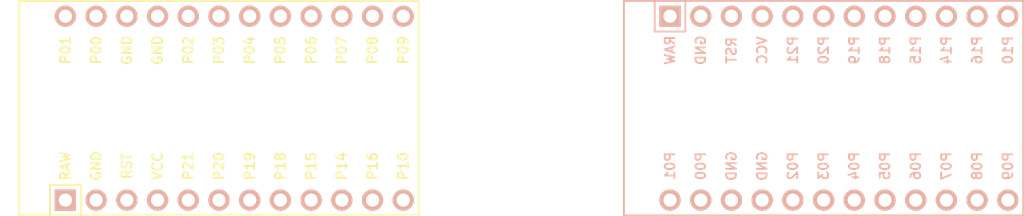
<source format=kicad_pcb>

            
(kicad_pcb (version 20211014) (generator pcbnew)

  (general
    (thickness 1.6)
  )

  (paper "A3")
  (title_block
    (title "pcb")
    (rev "v1.0.0")
    (company "Unknown")
  )

  (layers
    (0 "F.Cu" signal)
    (31 "B.Cu" signal)
    (32 "B.Adhes" user "B.Adhesive")
    (33 "F.Adhes" user "F.Adhesive")
    (34 "B.Paste" user)
    (35 "F.Paste" user)
    (36 "B.SilkS" user "B.Silkscreen")
    (37 "F.SilkS" user "F.Silkscreen")
    (38 "B.Mask" user)
    (39 "F.Mask" user)
    (40 "Dwgs.User" user "User.Drawings")
    (41 "Cmts.User" user "User.Comments")
    (42 "Eco1.User" user "User.Eco1")
    (43 "Eco2.User" user "User.Eco2")
    (44 "Edge.Cuts" user)
    (45 "Margin" user)
    (46 "B.CrtYd" user "B.Courtyard")
    (47 "F.CrtYd" user "F.Courtyard")
    (48 "B.Fab" user)
    (49 "F.Fab" user)
  )

  (setup
    (last_trace_width 0.25)
    (trace_clearance 0.2)
    (zone_clearance 0.508)
    (zone_45_only no)
    (trace_min 0.2)
    (via_size 0.8)
    (via_drill 0.4)
    (via_min_size 0.4)
    (via_min_drill 0.3)
    (uvia_size 0.3)
    (uvia_drill 0.1)
    (uvias_allowed no)
    (uvia_min_size 0.2)
    (uvia_min_drill 0.1)
    (edge_width 0.05)
    (segment_width 0.2)
    (pcb_text_width 0.3)
    (pcb_text_size 1.5 1.5)
    (mod_edge_width 0.12)
    (mod_text_size 1 1)
    (mod_text_width 0.15)
    (pad_size 1.524 1.524)
    (pad_drill 0.762)
    (pad_to_mask_clearance 0.05)
    (aux_axis_origin 0 0)
    (visible_elements FFFFFF7F)
    (pcbplotparams
      (layerselection 0x00010fc_ffffffff)
      (disableapertmacros false)
      (usegerberextensions false)
      (usegerberattributes true)
      (usegerberadvancedattributes true)
      (creategerberjobfile true)
      (svguseinch false)
      (svgprecision 6)
      (excludeedgelayer true)
      (plotframeref false)
      (viasonmask false)
      (mode 1)
      (useauxorigin false)
      (hpglpennumber 1)
      (hpglpenspeed 20)
      (hpglpendiameter 15.000000)
      (dxfpolygonmode true)
      (dxfimperialunits true)
      (dxfusepcbnewfont true)
      (psnegative false)
      (psa4output false)
      (plotreference true)
      (plotvalue true)
      (plotinvisibletext false)
      (sketchpadsonfab false)
      (subtractmaskfromsilk false)
      (outputformat 1)
      (mirror false)
      (drillshape 1)
      (scaleselection 1)
      (outputdirectory "")
    )
  )

            (net 0 "")
(net 1 "RAW")
(net 2 "GND")
(net 3 "RST")
(net 4 "VCC")
(net 5 "P21")
(net 6 "P20")
(net 7 "P19")
(net 8 "P18")
(net 9 "P15")
(net 10 "P14")
(net 11 "P16")
(net 12 "P10")
(net 13 "P1")
(net 14 "P0")
(net 15 "P2")
(net 16 "P3")
(net 17 "P4")
(net 18 "P5")
(net 19 "P6")
(net 20 "P7")
(net 21 "P8")
(net 22 "P9")
(net 23 "Bplus")
(net 24 "Bminus")
            
  (net_class Default "This is the default net class."
    (clearance 0.2)
    (trace_width 0.25)
    (via_dia 0.8)
    (via_drill 0.4)
    (uvia_dia 0.3)
    (uvia_drill 0.1)
    (add_net "")
(add_net "RST")
(add_net "P21")
(add_net "P20")
(add_net "P19")
(add_net "P18")
(add_net "P15")
(add_net "P14")
(add_net "P16")
(add_net "P10")
(add_net "P1")
(add_net "P0")
(add_net "P2")
(add_net "P3")
(add_net "P4")
(add_net "P5")
(add_net "P6")
(add_net "P7")
(add_net "P8")
(add_net "P9")
(add_net "Bminus")
  )

            
  (net_class Power "This is the power net class."
    (clearance 0.2)
    (trace_width 0.5)
    (via_dia 0.8)
    (via_drill 0.4)
    (uvia_dia 0.3)
    (uvia_drill 0.1)
    (add_net "RAW")
(add_net "GND")
(add_net "VCC")
(add_net "Bplus")
  )

            
        
        (module ProMicro (layer F.Cu) (tedit 5B307E4C)
        (at 0 0 0)

        
        (fp_text reference "MCU1" (at 0 0) (layer F.SilkS) hide (effects (font (size 1.27 1.27) (thickness 0.15))))
        (fp_text value "" (at 0 0) (layer F.SilkS) hide (effects (font (size 1.27 1.27) (thickness 0.15))))
      
        
        (fp_line (start -19.304 -3.81) (end -14.224 -3.81) (layer Dwgs.User) (width 0.15))
        (fp_line (start -19.304 3.81) (end -19.304 -3.81) (layer Dwgs.User) (width 0.15))
        (fp_line (start -14.224 3.81) (end -19.304 3.81) (layer Dwgs.User) (width 0.15))
        (fp_line (start -14.224 -3.81) (end -14.224 3.81) (layer Dwgs.User) (width 0.15))
      
        
        (fp_line (start -17.78 8.89) (end 15.24 8.89) (layer F.SilkS) (width 0.15))
        (fp_line (start 15.24 8.89) (end 15.24 -8.89) (layer F.SilkS) (width 0.15))
        (fp_line (start 15.24 -8.89) (end -17.78 -8.89) (layer F.SilkS) (width 0.15))
        (fp_line (start -17.78 -8.89) (end -17.78 8.89) (layer F.SilkS) (width 0.15))
      
        
        
        (fp_line (start -15.24 6.35) (end -12.7 6.35) (layer F.SilkS) (width 0.15))
        (fp_line (start -15.24 6.35) (end -15.24 8.89) (layer F.SilkS) (width 0.15))
        (fp_line (start -12.7 6.35) (end -12.7 8.89) (layer F.SilkS) (width 0.15))
      
        
        (fp_text user RAW (at -13.97 4.8 90) (layer F.SilkS) (effects (font (size 0.8 0.8) (thickness 0.15)) ))
        (fp_text user GND (at -11.43 4.8 90) (layer F.SilkS) (effects (font (size 0.8 0.8) (thickness 0.15)) ))
        (fp_text user RST (at -8.89 4.8 90) (layer F.SilkS) (effects (font (size 0.8 0.8) (thickness 0.15)) ))
        (fp_text user VCC (at -6.35 4.8 90) (layer F.SilkS) (effects (font (size 0.8 0.8) (thickness 0.15)) ))
        (fp_text user P21 (at -3.81 4.8 90) (layer F.SilkS) (effects (font (size 0.8 0.8) (thickness 0.15)) ))
        (fp_text user P20 (at -1.27 4.8 90) (layer F.SilkS) (effects (font (size 0.8 0.8) (thickness 0.15)) ))
        (fp_text user P19 (at 1.27 4.8 90) (layer F.SilkS) (effects (font (size 0.8 0.8) (thickness 0.15)) ))
        (fp_text user P18 (at 3.81 4.8 90) (layer F.SilkS) (effects (font (size 0.8 0.8) (thickness 0.15)) ))
        (fp_text user P15 (at 6.35 4.8 90) (layer F.SilkS) (effects (font (size 0.8 0.8) (thickness 0.15)) ))
        (fp_text user P14 (at 8.89 4.8 90) (layer F.SilkS) (effects (font (size 0.8 0.8) (thickness 0.15)) ))
        (fp_text user P16 (at 11.43 4.8 90) (layer F.SilkS) (effects (font (size 0.8 0.8) (thickness 0.15)) ))
        (fp_text user P10 (at 13.97 4.8 90) (layer F.SilkS) (effects (font (size 0.8 0.8) (thickness 0.15)) ))
      
        (fp_text user P01 (at -13.97 -4.8 90) (layer F.SilkS) (effects (font (size 0.8 0.8) (thickness 0.15)) ))
        (fp_text user P00 (at -11.43 -4.8 90) (layer F.SilkS) (effects (font (size 0.8 0.8) (thickness 0.15)) ))
        (fp_text user GND (at -8.89 -4.8 90) (layer F.SilkS) (effects (font (size 0.8 0.8) (thickness 0.15)) ))
        (fp_text user GND (at -6.35 -4.8 90) (layer F.SilkS) (effects (font (size 0.8 0.8) (thickness 0.15)) ))
        (fp_text user P02 (at -3.81 -4.8 90) (layer F.SilkS) (effects (font (size 0.8 0.8) (thickness 0.15)) ))
        (fp_text user P03 (at -1.27 -4.8 90) (layer F.SilkS) (effects (font (size 0.8 0.8) (thickness 0.15)) ))
        (fp_text user P04 (at 1.27 -4.8 90) (layer F.SilkS) (effects (font (size 0.8 0.8) (thickness 0.15)) ))
        (fp_text user P05 (at 3.81 -4.8 90) (layer F.SilkS) (effects (font (size 0.8 0.8) (thickness 0.15)) ))
        (fp_text user P06 (at 6.35 -4.8 90) (layer F.SilkS) (effects (font (size 0.8 0.8) (thickness 0.15)) ))
        (fp_text user P07 (at 8.89 -4.8 90) (layer F.SilkS) (effects (font (size 0.8 0.8) (thickness 0.15)) ))
        (fp_text user P08 (at 11.43 -4.8 90) (layer F.SilkS) (effects (font (size 0.8 0.8) (thickness 0.15)) ))
        (fp_text user P09 (at 13.97 -4.8 90) (layer F.SilkS) (effects (font (size 0.8 0.8) (thickness 0.15)) ))
      
        
        (pad 1 thru_hole rect (at -13.97 7.62 0) (size 1.7526 1.7526) (drill 1.0922) (layers *.Cu *.SilkS *.Mask) (net 1 "RAW"))
        (pad 2 thru_hole circle (at -11.43 7.62 0) (size 1.7526 1.7526) (drill 1.0922) (layers *.Cu *.SilkS *.Mask) (net 2 "GND"))
        (pad 3 thru_hole circle (at -8.89 7.62 0) (size 1.7526 1.7526) (drill 1.0922) (layers *.Cu *.SilkS *.Mask) (net 3 "RST"))
        (pad 4 thru_hole circle (at -6.35 7.62 0) (size 1.7526 1.7526) (drill 1.0922) (layers *.Cu *.SilkS *.Mask) (net 4 "VCC"))
        (pad 5 thru_hole circle (at -3.81 7.62 0) (size 1.7526 1.7526) (drill 1.0922) (layers *.Cu *.SilkS *.Mask) (net 5 "P21"))
        (pad 6 thru_hole circle (at -1.27 7.62 0) (size 1.7526 1.7526) (drill 1.0922) (layers *.Cu *.SilkS *.Mask) (net 6 "P20"))
        (pad 7 thru_hole circle (at 1.27 7.62 0) (size 1.7526 1.7526) (drill 1.0922) (layers *.Cu *.SilkS *.Mask) (net 7 "P19"))
        (pad 8 thru_hole circle (at 3.81 7.62 0) (size 1.7526 1.7526) (drill 1.0922) (layers *.Cu *.SilkS *.Mask) (net 8 "P18"))
        (pad 9 thru_hole circle (at 6.35 7.62 0) (size 1.7526 1.7526) (drill 1.0922) (layers *.Cu *.SilkS *.Mask) (net 9 "P15"))
        (pad 10 thru_hole circle (at 8.89 7.62 0) (size 1.7526 1.7526) (drill 1.0922) (layers *.Cu *.SilkS *.Mask) (net 10 "P14"))
        (pad 11 thru_hole circle (at 11.43 7.62 0) (size 1.7526 1.7526) (drill 1.0922) (layers *.Cu *.SilkS *.Mask) (net 11 "P16"))
        (pad 12 thru_hole circle (at 13.97 7.62 0) (size 1.7526 1.7526) (drill 1.0922) (layers *.Cu *.SilkS *.Mask) (net 12 "P10"))
        
        (pad 13 thru_hole circle (at -13.97 -7.62 0) (size 1.7526 1.7526) (drill 1.0922) (layers *.Cu *.SilkS *.Mask) (net 13 "P1"))
        (pad 14 thru_hole circle (at -11.43 -7.62 0) (size 1.7526 1.7526) (drill 1.0922) (layers *.Cu *.SilkS *.Mask) (net 14 "P0"))
        (pad 15 thru_hole circle (at -8.89 -7.62 0) (size 1.7526 1.7526) (drill 1.0922) (layers *.Cu *.SilkS *.Mask) (net 2 "GND"))
        (pad 16 thru_hole circle (at -6.35 -7.62 0) (size 1.7526 1.7526) (drill 1.0922) (layers *.Cu *.SilkS *.Mask) (net 2 "GND"))
        (pad 17 thru_hole circle (at -3.81 -7.62 0) (size 1.7526 1.7526) (drill 1.0922) (layers *.Cu *.SilkS *.Mask) (net 15 "P2"))
        (pad 18 thru_hole circle (at -1.27 -7.62 0) (size 1.7526 1.7526) (drill 1.0922) (layers *.Cu *.SilkS *.Mask) (net 16 "P3"))
        (pad 19 thru_hole circle (at 1.27 -7.62 0) (size 1.7526 1.7526) (drill 1.0922) (layers *.Cu *.SilkS *.Mask) (net 17 "P4"))
        (pad 20 thru_hole circle (at 3.81 -7.62 0) (size 1.7526 1.7526) (drill 1.0922) (layers *.Cu *.SilkS *.Mask) (net 18 "P5"))
        (pad 21 thru_hole circle (at 6.35 -7.62 0) (size 1.7526 1.7526) (drill 1.0922) (layers *.Cu *.SilkS *.Mask) (net 19 "P6"))
        (pad 22 thru_hole circle (at 8.89 -7.62 0) (size 1.7526 1.7526) (drill 1.0922) (layers *.Cu *.SilkS *.Mask) (net 20 "P7"))
        (pad 23 thru_hole circle (at 11.43 -7.62 0) (size 1.7526 1.7526) (drill 1.0922) (layers *.Cu *.SilkS *.Mask) (net 21 "P8"))
        (pad 24 thru_hole circle (at 13.97 -7.62 0) (size 1.7526 1.7526) (drill 1.0922) (layers *.Cu *.SilkS *.Mask) (net 22 "P9"))
      
        )
        

        
        (module ProMicro (layer F.Cu) (tedit 5B307E4C)
        (at 50 0 0)

        
        (fp_text reference "MCU2" (at 0 0) (layer B.SilkS) hide (effects (font (size 1.27 1.27) (thickness 0.15))))
        (fp_text value "" (at 0 0) (layer B.SilkS) hide (effects (font (size 1.27 1.27) (thickness 0.15))))
      
        
        (fp_line (start -19.304 -3.81) (end -14.224 -3.81) (layer Dwgs.User) (width 0.15))
        (fp_line (start -19.304 3.81) (end -19.304 -3.81) (layer Dwgs.User) (width 0.15))
        (fp_line (start -14.224 3.81) (end -19.304 3.81) (layer Dwgs.User) (width 0.15))
        (fp_line (start -14.224 -3.81) (end -14.224 3.81) (layer Dwgs.User) (width 0.15))
      
        
        (fp_line (start -17.78 8.89) (end 15.24 8.89) (layer B.SilkS) (width 0.15))
        (fp_line (start 15.24 8.89) (end 15.24 -8.89) (layer B.SilkS) (width 0.15))
        (fp_line (start 15.24 -8.89) (end -17.78 -8.89) (layer B.SilkS) (width 0.15))
        (fp_line (start -17.78 -8.89) (end -17.78 8.89) (layer B.SilkS) (width 0.15))
      
        
        
        (fp_line (start -15.24 -6.35) (end -12.7 -6.35) (layer B.SilkS) (width 0.15))
        (fp_line (start -15.24 -6.35) (end -15.24 -8.89) (layer B.SilkS) (width 0.15))
        (fp_line (start -12.7 -6.35) (end -12.7 -8.89) (layer B.SilkS) (width 0.15))
      
        
        (fp_text user RAW (at -13.97 -4.8 90) (layer B.SilkS) (effects (font (size 0.8 0.8) (thickness 0.15)) (justify mirror)))
        (fp_text user GND (at -11.43 -4.8 90) (layer B.SilkS) (effects (font (size 0.8 0.8) (thickness 0.15)) (justify mirror)))
        (fp_text user RST (at -8.89 -4.8 90) (layer B.SilkS) (effects (font (size 0.8 0.8) (thickness 0.15)) (justify mirror)))
        (fp_text user VCC (at -6.35 -4.8 90) (layer B.SilkS) (effects (font (size 0.8 0.8) (thickness 0.15)) (justify mirror)))
        (fp_text user P21 (at -3.81 -4.8 90) (layer B.SilkS) (effects (font (size 0.8 0.8) (thickness 0.15)) (justify mirror)))
        (fp_text user P20 (at -1.27 -4.8 90) (layer B.SilkS) (effects (font (size 0.8 0.8) (thickness 0.15)) (justify mirror)))
        (fp_text user P19 (at 1.27 -4.8 90) (layer B.SilkS) (effects (font (size 0.8 0.8) (thickness 0.15)) (justify mirror)))
        (fp_text user P18 (at 3.81 -4.8 90) (layer B.SilkS) (effects (font (size 0.8 0.8) (thickness 0.15)) (justify mirror)))
        (fp_text user P15 (at 6.35 -4.8 90) (layer B.SilkS) (effects (font (size 0.8 0.8) (thickness 0.15)) (justify mirror)))
        (fp_text user P14 (at 8.89 -4.8 90) (layer B.SilkS) (effects (font (size 0.8 0.8) (thickness 0.15)) (justify mirror)))
        (fp_text user P16 (at 11.43 -4.8 90) (layer B.SilkS) (effects (font (size 0.8 0.8) (thickness 0.15)) (justify mirror)))
        (fp_text user P10 (at 13.97 -4.8 90) (layer B.SilkS) (effects (font (size 0.8 0.8) (thickness 0.15)) (justify mirror)))
      
        (fp_text user P01 (at -13.97 4.8 90) (layer B.SilkS) (effects (font (size 0.8 0.8) (thickness 0.15)) (justify mirror)))
        (fp_text user P00 (at -11.43 4.8 90) (layer B.SilkS) (effects (font (size 0.8 0.8) (thickness 0.15)) (justify mirror)))
        (fp_text user GND (at -8.89 4.8 90) (layer B.SilkS) (effects (font (size 0.8 0.8) (thickness 0.15)) (justify mirror)))
        (fp_text user GND (at -6.35 4.8 90) (layer B.SilkS) (effects (font (size 0.8 0.8) (thickness 0.15)) (justify mirror)))
        (fp_text user P02 (at -3.81 4.8 90) (layer B.SilkS) (effects (font (size 0.8 0.8) (thickness 0.15)) (justify mirror)))
        (fp_text user P03 (at -1.27 4.8 90) (layer B.SilkS) (effects (font (size 0.8 0.8) (thickness 0.15)) (justify mirror)))
        (fp_text user P04 (at 1.27 4.8 90) (layer B.SilkS) (effects (font (size 0.8 0.8) (thickness 0.15)) (justify mirror)))
        (fp_text user P05 (at 3.81 4.8 90) (layer B.SilkS) (effects (font (size 0.8 0.8) (thickness 0.15)) (justify mirror)))
        (fp_text user P06 (at 6.35 4.8 90) (layer B.SilkS) (effects (font (size 0.8 0.8) (thickness 0.15)) (justify mirror)))
        (fp_text user P07 (at 8.89 4.8 90) (layer B.SilkS) (effects (font (size 0.8 0.8) (thickness 0.15)) (justify mirror)))
        (fp_text user P08 (at 11.43 4.8 90) (layer B.SilkS) (effects (font (size 0.8 0.8) (thickness 0.15)) (justify mirror)))
        (fp_text user P09 (at 13.97 4.8 90) (layer B.SilkS) (effects (font (size 0.8 0.8) (thickness 0.15)) (justify mirror)))
      
        
        (pad 1 thru_hole rect (at -13.97 -7.62 0) (size 1.7526 1.7526) (drill 1.0922) (layers *.Cu *.SilkS *.Mask) (net 1 "RAW"))
        (pad 2 thru_hole circle (at -11.43 -7.62 0) (size 1.7526 1.7526) (drill 1.0922) (layers *.Cu *.SilkS *.Mask) (net 2 "GND"))
        (pad 3 thru_hole circle (at -8.89 -7.62 0) (size 1.7526 1.7526) (drill 1.0922) (layers *.Cu *.SilkS *.Mask) (net 3 "RST"))
        (pad 4 thru_hole circle (at -6.35 -7.62 0) (size 1.7526 1.7526) (drill 1.0922) (layers *.Cu *.SilkS *.Mask) (net 4 "VCC"))
        (pad 5 thru_hole circle (at -3.81 -7.62 0) (size 1.7526 1.7526) (drill 1.0922) (layers *.Cu *.SilkS *.Mask) (net 5 "P21"))
        (pad 6 thru_hole circle (at -1.27 -7.62 0) (size 1.7526 1.7526) (drill 1.0922) (layers *.Cu *.SilkS *.Mask) (net 6 "P20"))
        (pad 7 thru_hole circle (at 1.27 -7.62 0) (size 1.7526 1.7526) (drill 1.0922) (layers *.Cu *.SilkS *.Mask) (net 7 "P19"))
        (pad 8 thru_hole circle (at 3.81 -7.62 0) (size 1.7526 1.7526) (drill 1.0922) (layers *.Cu *.SilkS *.Mask) (net 8 "P18"))
        (pad 9 thru_hole circle (at 6.35 -7.62 0) (size 1.7526 1.7526) (drill 1.0922) (layers *.Cu *.SilkS *.Mask) (net 9 "P15"))
        (pad 10 thru_hole circle (at 8.89 -7.62 0) (size 1.7526 1.7526) (drill 1.0922) (layers *.Cu *.SilkS *.Mask) (net 10 "P14"))
        (pad 11 thru_hole circle (at 11.43 -7.62 0) (size 1.7526 1.7526) (drill 1.0922) (layers *.Cu *.SilkS *.Mask) (net 11 "P16"))
        (pad 12 thru_hole circle (at 13.97 -7.62 0) (size 1.7526 1.7526) (drill 1.0922) (layers *.Cu *.SilkS *.Mask) (net 12 "P10"))
        
        (pad 13 thru_hole circle (at -13.97 7.62 0) (size 1.7526 1.7526) (drill 1.0922) (layers *.Cu *.SilkS *.Mask) (net 13 "P1"))
        (pad 14 thru_hole circle (at -11.43 7.62 0) (size 1.7526 1.7526) (drill 1.0922) (layers *.Cu *.SilkS *.Mask) (net 14 "P0"))
        (pad 15 thru_hole circle (at -8.89 7.62 0) (size 1.7526 1.7526) (drill 1.0922) (layers *.Cu *.SilkS *.Mask) (net 2 "GND"))
        (pad 16 thru_hole circle (at -6.35 7.62 0) (size 1.7526 1.7526) (drill 1.0922) (layers *.Cu *.SilkS *.Mask) (net 2 "GND"))
        (pad 17 thru_hole circle (at -3.81 7.62 0) (size 1.7526 1.7526) (drill 1.0922) (layers *.Cu *.SilkS *.Mask) (net 15 "P2"))
        (pad 18 thru_hole circle (at -1.27 7.62 0) (size 1.7526 1.7526) (drill 1.0922) (layers *.Cu *.SilkS *.Mask) (net 16 "P3"))
        (pad 19 thru_hole circle (at 1.27 7.62 0) (size 1.7526 1.7526) (drill 1.0922) (layers *.Cu *.SilkS *.Mask) (net 17 "P4"))
        (pad 20 thru_hole circle (at 3.81 7.62 0) (size 1.7526 1.7526) (drill 1.0922) (layers *.Cu *.SilkS *.Mask) (net 18 "P5"))
        (pad 21 thru_hole circle (at 6.35 7.62 0) (size 1.7526 1.7526) (drill 1.0922) (layers *.Cu *.SilkS *.Mask) (net 19 "P6"))
        (pad 22 thru_hole circle (at 8.89 7.62 0) (size 1.7526 1.7526) (drill 1.0922) (layers *.Cu *.SilkS *.Mask) (net 20 "P7"))
        (pad 23 thru_hole circle (at 11.43 7.62 0) (size 1.7526 1.7526) (drill 1.0922) (layers *.Cu *.SilkS *.Mask) (net 21 "P8"))
        (pad 24 thru_hole circle (at 13.97 7.62 0) (size 1.7526 1.7526) (drill 1.0922) (layers *.Cu *.SilkS *.Mask) (net 22 "P9"))
      
        )
        
            
            
)

        
</source>
